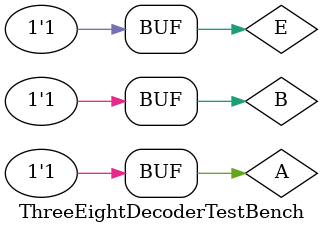
<source format=v>
`timescale 1ns / 1ps


module ThreeEightDecoderTestBench(

    );
    //Just standard stuff, defining inputs as registers and outputs as wires
    reg A;
    reg B;
    reg E;
    wire [3:0]Y;
    wire [3:0]Z;
    //In the parenthesis is from the current file
    //Next to the period is from the referenced file
    ThreeEightDecoder dut(.A(A),.B(B),.E(E),.Y(Y),.Z(Z));
    //Have 8 test cases (2^3) since I have 3 inputs
    initial begin
    A=0;
    B=0;
    E=0;
    #10;
    A=0;
    B=0;
    E=1;
    #10;
    A=0;
    B=1;
    E=0;
    #10;
    A=0;
    B=1;
    E=1;
    #10;
    A=1;
    B=0;
    E=0;
    #10;
    A=1;
    B=0;
    E=1;
    #10;
    A=1;
    B=1;
    E=0;
    #10;
    A=1;
    B=1;
    E=1;
    end
endmodule

</source>
